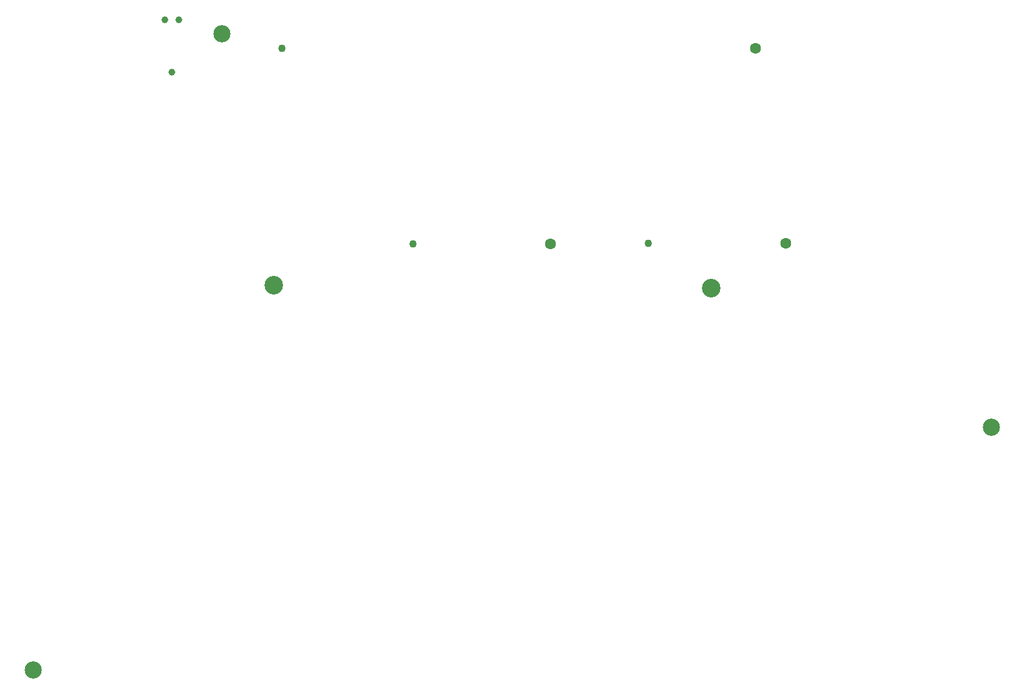
<source format=gbr>
%TF.GenerationSoftware,Altium Limited,Altium Designer,25.8.1 (18)*%
G04 Layer_Color=0*
%FSLAX45Y45*%
%MOMM*%
%TF.SameCoordinates,C91546C2-10F2-4142-A55A-9FF34A01A7B4*%
%TF.FilePolarity,Positive*%
%TF.FileFunction,NonPlated,1,8,NPTH,Drill*%
%TF.Part,Single*%
G01*
G75*
%TA.AperFunction,ComponentDrill*%
%ADD231C,0.99100*%
%TA.AperFunction,OtherDrill,Pad Free-MH1 (66.319mm,86.614mm)*%
%ADD232C,2.70000*%
%TA.AperFunction,ComponentDrill*%
%ADD233C,1.10000*%
%ADD234C,1.60000*%
%TA.AperFunction,OtherDrill,Free Pad (67.475mm,121.1mm)*%
%ADD235C,1.10000*%
%TA.AperFunction,OtherDrill,Free Pad (136.275mm,121.1mm)*%
%ADD236C,1.60000*%
%TA.AperFunction,OtherDrill,Pad Free-MH2 (129.921mm,86.208mm)*%
%ADD237C,2.70000*%
%TA.AperFunction,OtherDrill,Pad Free-6 (58.8mm,123.2mm)*%
%ADD238C,2.50000*%
%TA.AperFunction,OtherDrill,Pad Free-5 (31.3mm,30.7mm)*%
%ADD239C,2.50000*%
%TA.AperFunction,OtherDrill,Pad Free-4 (170.6mm,66mm)*%
%ADD240C,2.50000*%
D231*
X5049915Y12524212D02*
D03*
X5252915D02*
D03*
X5151415Y11762212D02*
D03*
D232*
X6631940Y8661400D02*
D03*
D233*
X8650257Y9269600D02*
D03*
X12070759Y9275910D02*
D03*
D234*
X10650257Y9269600D02*
D03*
X14070760Y9275910D02*
D03*
D235*
X6747500Y12110000D02*
D03*
D236*
X13627499D02*
D03*
D237*
X12992101Y8620760D02*
D03*
D238*
X5880000Y12320000D02*
D03*
D239*
X3130000Y3070000D02*
D03*
D240*
X17060001Y6600000D02*
D03*
%TF.MD5,d417c390a2d53e64aa76b9ed514fcc29*%
M02*

</source>
